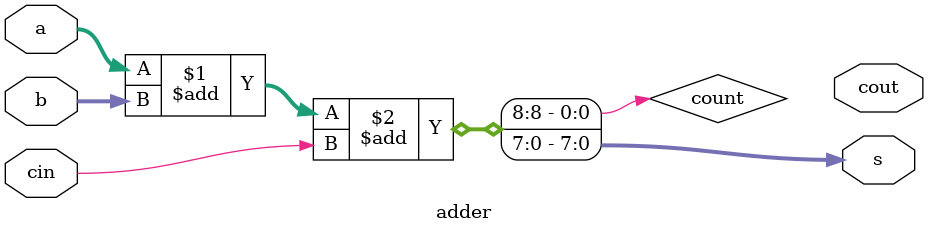
<source format=sv>
module adder #(parameter N = 8)
    (
        input logic[N-1 : 0]  a, b,
        input logic          cin,
        output logic[N-1 : 0]  s,
        output logic          cout
    );

    assign{count, s} = a + b + cin;

endmodule
</source>
